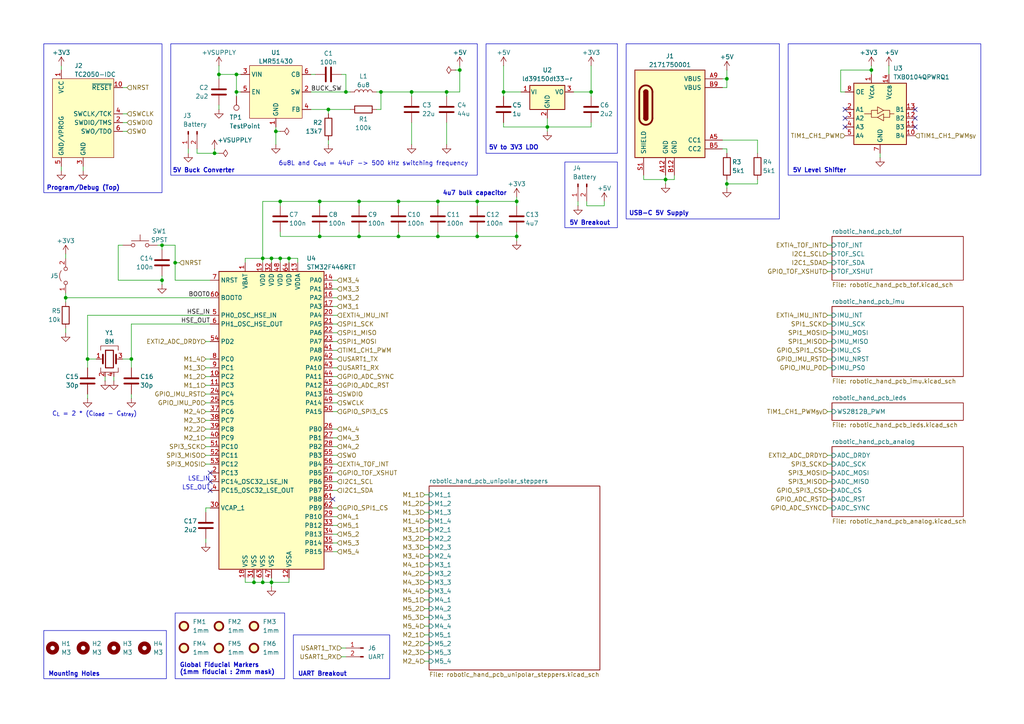
<source format=kicad_sch>
(kicad_sch (version 20231120) (generator "eeschema") (generator_version "8.0")
  (paper "A4")
  (title_block (title "Robotic Hand PCB") (rev "0.1.0") (company "Daniel Jeon"))
  (junction (at 149.86 68.58))
  (junction (at 138.43 58.42))
  (junction (at 78.74 168.91))
  (junction (at 252.73 20.32))
  (junction (at 210.82 22.86))
  (junction (at 146.05 26.67))
  (junction (at 129.54 26.67))
  (junction (at 80.01 38.1))
  (junction (at 92.71 68.58))
  (junction (at 158.75 36.83))
  (junction (at 115.57 58.42))
  (junction (at 127 68.58))
  (junction (at 115.57 68.58))
  (junction (at 193.04 52.07))
  (junction (at 46.99 71.12))
  (junction (at 62.23 44.45))
  (junction (at 149.86 58.42))
  (junction (at 73.66 168.91))
  (junction (at 25.4 104.14))
  (junction (at 95.25 31.75))
  (junction (at 133.35 20.32))
  (junction (at 210.82 53.34))
  (junction (at 100.33 26.67))
  (junction (at 119.38 26.67))
  (junction (at 78.74 74.93))
  (junction (at 68.58 21.59))
  (junction (at 68.58 26.67))
  (junction (at 127 58.42))
  (junction (at 46.99 81.28))
  (junction (at 63.5 21.59))
  (junction (at 19.05 86.36))
  (junction (at 138.43 68.58))
  (junction (at 81.28 58.42))
  (junction (at 171.45 26.67))
  (junction (at 76.2 74.93))
  (junction (at 50.8 76.2))
  (junction (at 92.71 58.42))
  (junction (at 38.1 104.14))
  (junction (at 81.28 74.93))
  (junction (at 104.14 58.42))
  (junction (at 76.2 168.91))
  (junction (at 83.82 74.93))
  (junction (at 104.14 68.58))
  (junction (at 110.49 26.67))
  (no_connect (at 60.96 142.24))
  (no_connect (at 60.96 139.7))
  (no_connect (at 245.11 36.83))
  (no_connect (at 245.11 31.75))
  (no_connect (at 245.11 34.29))
  (no_connect (at 265.43 36.83))
  (no_connect (at 265.43 31.75))
  (no_connect (at 60.96 137.16))
  (no_connect (at 265.43 34.29))
  (no_connect (at 96.52 144.78))
  (wire (pts (xy 90.17 26.67) (xy 100.33 26.67)))
  (wire (pts (xy 34.29 71.12) (xy 34.29 81.28)))
  (wire (pts (xy 33.02 110.49) (xy 33.02 109.22)))
  (wire (pts (xy 59.69 132.08) (xy 60.96 132.08)))
  (wire (pts (xy 119.38 26.67) (xy 129.54 26.67)))
  (wire (pts (xy 69.85 26.67) (xy 68.58 26.67)))
  (wire (pts (xy 35.56 33.02) (xy 36.83 33.02)))
  (wire (pts (xy 78.74 167.64) (xy 78.74 168.91)))
  (wire (pts (xy 68.58 21.59) (xy 69.85 21.59)))
  (wire (pts (xy 97.79 88.9) (xy 96.52 88.9)))
  (wire (pts (xy 63.5 21.59) (xy 68.58 21.59)))
  (wire (pts (xy 19.05 86.36) (xy 19.05 87.63)))
  (wire (pts (xy 210.82 22.86) (xy 210.82 25.4)))
  (wire (pts (xy 170.18 59.69) (xy 175.26 59.69)))
  (wire (pts (xy 110.49 26.67) (xy 119.38 26.67)))
  (wire (pts (xy 78.74 74.93) (xy 76.2 74.93)))
  (wire (pts (xy 73.66 167.64) (xy 73.66 168.91)))
  (wire (pts (xy 92.71 68.58) (xy 104.14 68.58)))
  (wire (pts (xy 146.05 19.05) (xy 146.05 26.67)))
  (wire (pts (xy 25.4 91.44) (xy 25.4 104.14)))
  (wire (pts (xy 35.56 35.56) (xy 36.83 35.56)))
  (wire (pts (xy 81.28 58.42) (xy 92.71 58.42)))
  (wire (pts (xy 97.79 124.46) (xy 96.52 124.46)))
  (wire (pts (xy 38.1 104.14) (xy 38.1 106.68)))
  (wire (pts (xy 104.14 67.31) (xy 104.14 68.58)))
  (wire (pts (xy 243.84 20.32) (xy 252.73 20.32)))
  (wire (pts (xy 97.79 93.98) (xy 96.52 93.98)))
  (wire (pts (xy 97.79 142.24) (xy 96.52 142.24)))
  (wire (pts (xy 46.99 80.01) (xy 46.99 81.28)))
  (wire (pts (xy 257.81 19.05) (xy 257.81 21.59)))
  (wire (pts (xy 59.69 147.32) (xy 59.69 148.59)))
  (wire (pts (xy 123.19 184.15) (xy 124.46 184.15)))
  (wire (pts (xy 252.73 20.32) (xy 252.73 21.59)))
  (wire (pts (xy 186.69 50.8) (xy 186.69 52.07)))
  (wire (pts (xy 138.43 68.58) (xy 149.86 68.58)))
  (wire (pts (xy 119.38 35.56) (xy 119.38 41.91)))
  (wire (pts (xy 60.96 147.32) (xy 59.69 147.32)))
  (wire (pts (xy 59.69 121.92) (xy 60.96 121.92)))
  (wire (pts (xy 252.73 19.05) (xy 252.73 20.32)))
  (wire (pts (xy 100.33 187.96) (xy 99.06 187.96)))
  (wire (pts (xy 97.79 154.94) (xy 96.52 154.94)))
  (wire (pts (xy 123.19 163.83) (xy 124.46 163.83)))
  (wire (pts (xy 30.48 110.49) (xy 30.48 109.22)))
  (wire (pts (xy 123.19 171.45) (xy 124.46 171.45)))
  (wire (pts (xy 46.99 81.28) (xy 46.99 82.55)))
  (wire (pts (xy 63.5 19.05) (xy 63.5 21.59)))
  (wire (pts (xy 24.13 48.26) (xy 24.13 49.53)))
  (wire (pts (xy 76.2 58.42) (xy 76.2 74.93)))
  (wire (pts (xy 50.8 81.28) (xy 60.96 81.28)))
  (wire (pts (xy 133.35 20.32) (xy 133.35 26.67)))
  (wire (pts (xy 97.79 91.44) (xy 96.52 91.44)))
  (wire (pts (xy 97.79 157.48) (xy 96.52 157.48)))
  (wire (pts (xy 133.35 19.05) (xy 133.35 20.32)))
  (wire (pts (xy 95.25 31.75) (xy 101.6 31.75)))
  (wire (pts (xy 35.56 38.1) (xy 36.83 38.1)))
  (wire (pts (xy 97.79 104.14) (xy 96.52 104.14)))
  (wire (pts (xy 255.27 45.72) (xy 255.27 44.45)))
  (wire (pts (xy 80.01 36.83) (xy 80.01 38.1)))
  (wire (pts (xy 240.03 76.2) (xy 241.3 76.2)))
  (wire (pts (xy 45.72 71.12) (xy 46.99 71.12)))
  (wire (pts (xy 68.58 26.67) (xy 68.58 21.59)))
  (wire (pts (xy 80.01 38.1) (xy 80.01 41.91)))
  (wire (pts (xy 146.05 26.67) (xy 146.05 27.94)))
  (wire (pts (xy 46.99 71.12) (xy 46.99 72.39)))
  (wire (pts (xy 186.69 52.07) (xy 193.04 52.07)))
  (wire (pts (xy 71.12 167.64) (xy 71.12 168.91)))
  (wire (pts (xy 59.69 109.22) (xy 60.96 109.22)))
  (wire (pts (xy 127 67.31) (xy 127 68.58)))
  (wire (pts (xy 171.45 19.05) (xy 171.45 26.67)))
  (wire (pts (xy 138.43 67.31) (xy 138.43 68.58)))
  (wire (pts (xy 97.79 127) (xy 96.52 127)))
  (wire (pts (xy 240.03 142.24) (xy 241.3 142.24)))
  (wire (pts (xy 171.45 36.83) (xy 171.45 35.56)))
  (wire (pts (xy 99.06 21.59) (xy 100.33 21.59)))
  (wire (pts (xy 245.11 26.67) (xy 243.84 26.67)))
  (wire (pts (xy 97.79 81.28) (xy 96.52 81.28)))
  (wire (pts (xy 123.19 186.69) (xy 124.46 186.69)))
  (wire (pts (xy 219.71 52.07) (xy 219.71 53.34)))
  (wire (pts (xy 158.75 36.83) (xy 171.45 36.83)))
  (wire (pts (xy 123.19 156.21) (xy 124.46 156.21)))
  (wire (pts (xy 97.79 86.36) (xy 96.52 86.36)))
  (wire (pts (xy 123.19 179.07) (xy 124.46 179.07)))
  (wire (pts (xy 115.57 58.42) (xy 127 58.42)))
  (wire (pts (xy 240.03 93.98) (xy 241.3 93.98)))
  (wire (pts (xy 167.64 58.42) (xy 167.64 59.69)))
  (wire (pts (xy 97.79 83.82) (xy 96.52 83.82)))
  (wire (pts (xy 71.12 168.91) (xy 73.66 168.91)))
  (wire (pts (xy 149.86 68.58) (xy 149.86 69.85)))
  (wire (pts (xy 63.5 31.75) (xy 63.5 30.48)))
  (wire (pts (xy 104.14 68.58) (xy 115.57 68.58)))
  (wire (pts (xy 138.43 58.42) (xy 149.86 58.42)))
  (wire (pts (xy 17.78 19.05) (xy 17.78 20.32)))
  (wire (pts (xy 38.1 115.57) (xy 38.1 114.3)))
  (wire (pts (xy 210.82 43.18) (xy 210.82 44.45)))
  (wire (pts (xy 25.4 104.14) (xy 25.4 106.68)))
  (wire (pts (xy 78.74 168.91) (xy 78.74 170.18)))
  (wire (pts (xy 76.2 74.93) (xy 76.2 76.2)))
  (wire (pts (xy 240.03 73.66) (xy 241.3 73.66)))
  (wire (pts (xy 19.05 86.36) (xy 60.96 86.36)))
  (wire (pts (xy 83.82 74.93) (xy 86.36 74.93)))
  (wire (pts (xy 97.79 129.54) (xy 96.52 129.54)))
  (wire (pts (xy 170.18 58.42) (xy 170.18 59.69)))
  (wire (pts (xy 123.19 168.91) (xy 124.46 168.91)))
  (wire (pts (xy 78.74 168.91) (xy 83.82 168.91)))
  (wire (pts (xy 97.79 109.22) (xy 96.52 109.22)))
  (wire (pts (xy 209.55 25.4) (xy 210.82 25.4)))
  (wire (pts (xy 240.03 78.74) (xy 241.3 78.74)))
  (wire (pts (xy 90.17 31.75) (xy 95.25 31.75)))
  (wire (pts (xy 46.99 71.12) (xy 50.8 71.12)))
  (wire (pts (xy 240.03 132.08) (xy 241.3 132.08)))
  (wire (pts (xy 59.69 104.14) (xy 60.96 104.14)))
  (wire (pts (xy 95.25 31.75) (xy 95.25 33.02)))
  (wire (pts (xy 59.69 127) (xy 60.96 127)))
  (wire (pts (xy 38.1 93.98) (xy 60.96 93.98)))
  (wire (pts (xy 59.69 157.48) (xy 59.69 156.21)))
  (wire (pts (xy 209.55 22.86) (xy 210.82 22.86)))
  (wire (pts (xy 78.74 74.93) (xy 81.28 74.93)))
  (wire (pts (xy 210.82 52.07) (xy 210.82 53.34)))
  (wire (pts (xy 95.25 40.64) (xy 95.25 41.91)))
  (wire (pts (xy 62.23 43.18) (xy 62.23 44.45)))
  (wire (pts (xy 193.04 52.07) (xy 193.04 53.34)))
  (wire (pts (xy 59.69 119.38) (xy 60.96 119.38)))
  (wire (pts (xy 240.03 91.44) (xy 241.3 91.44)))
  (wire (pts (xy 83.82 76.2) (xy 83.82 74.93)))
  (wire (pts (xy 71.12 76.2) (xy 71.12 74.93)))
  (wire (pts (xy 240.03 119.38) (xy 241.3 119.38)))
  (wire (pts (xy 59.69 114.3) (xy 60.96 114.3)))
  (wire (pts (xy 149.86 67.31) (xy 149.86 68.58)))
  (wire (pts (xy 123.19 191.77) (xy 124.46 191.77)))
  (wire (pts (xy 81.28 67.31) (xy 81.28 68.58)))
  (wire (pts (xy 59.69 116.84) (xy 60.96 116.84)))
  (wire (pts (xy 59.69 111.76) (xy 60.96 111.76)))
  (wire (pts (xy 210.82 43.18) (xy 209.55 43.18)))
  (wire (pts (xy 97.79 119.38) (xy 96.52 119.38)))
  (wire (pts (xy 240.03 147.32) (xy 241.3 147.32)))
  (wire (pts (xy 240.03 71.12) (xy 241.3 71.12)))
  (wire (pts (xy 59.69 106.68) (xy 60.96 106.68)))
  (wire (pts (xy 76.2 167.64) (xy 76.2 168.91)))
  (wire (pts (xy 171.45 26.67) (xy 171.45 27.94)))
  (wire (pts (xy 86.36 74.93) (xy 86.36 76.2)))
  (wire (pts (xy 25.4 115.57) (xy 25.4 114.3)))
  (wire (pts (xy 34.29 81.28) (xy 46.99 81.28)))
  (wire (pts (xy 73.66 168.91) (xy 76.2 168.91)))
  (wire (pts (xy 38.1 93.98) (xy 38.1 104.14)))
  (wire (pts (xy 175.26 58.42) (xy 175.26 59.69)))
  (wire (pts (xy 38.1 104.14) (xy 35.56 104.14)))
  (wire (pts (xy 240.03 106.68) (xy 241.3 106.68)))
  (wire (pts (xy 76.2 168.91) (xy 78.74 168.91)))
  (wire (pts (xy 210.82 53.34) (xy 219.71 53.34)))
  (wire (pts (xy 209.55 40.64) (xy 219.71 40.64)))
  (wire (pts (xy 59.69 129.54) (xy 60.96 129.54)))
  (wire (pts (xy 50.8 76.2) (xy 50.8 81.28)))
  (wire (pts (xy 240.03 144.78) (xy 241.3 144.78)))
  (wire (pts (xy 123.19 146.05) (xy 124.46 146.05)))
  (wire (pts (xy 83.82 167.64) (xy 83.82 168.91)))
  (wire (pts (xy 240.03 139.7) (xy 241.3 139.7)))
  (wire (pts (xy 100.33 26.67) (xy 101.6 26.67)))
  (wire (pts (xy 210.82 53.34) (xy 210.82 54.61)))
  (wire (pts (xy 97.79 152.4) (xy 96.52 152.4)))
  (wire (pts (xy 19.05 85.09) (xy 19.05 86.36)))
  (wire (pts (xy 127 58.42) (xy 127 59.69)))
  (wire (pts (xy 59.69 134.62) (xy 60.96 134.62)))
  (wire (pts (xy 129.54 26.67) (xy 129.54 27.94)))
  (wire (pts (xy 27.94 104.14) (xy 25.4 104.14)))
  (wire (pts (xy 123.19 173.99) (xy 124.46 173.99)))
  (wire (pts (xy 123.19 161.29) (xy 124.46 161.29)))
  (wire (pts (xy 97.79 132.08) (xy 96.52 132.08)))
  (wire (pts (xy 110.49 26.67) (xy 110.49 31.75)))
  (wire (pts (xy 158.75 38.1) (xy 158.75 36.83)))
  (wire (pts (xy 119.38 27.94) (xy 119.38 26.67)))
  (wire (pts (xy 132.08 20.32) (xy 133.35 20.32)))
  (wire (pts (xy 146.05 26.67) (xy 151.13 26.67)))
  (wire (pts (xy 97.79 101.6) (xy 96.52 101.6)))
  (wire (pts (xy 240.03 96.52) (xy 241.3 96.52)))
  (wire (pts (xy 240.03 99.06) (xy 241.3 99.06)))
  (wire (pts (xy 81.28 59.69) (xy 81.28 58.42)))
  (wire (pts (xy 149.86 57.15) (xy 149.86 58.42)))
  (wire (pts (xy 68.58 27.94) (xy 68.58 26.67)))
  (wire (pts (xy 115.57 68.58) (xy 127 68.58)))
  (wire (pts (xy 97.79 106.68) (xy 96.52 106.68)))
  (wire (pts (xy 62.23 44.45) (xy 63.5 44.45)))
  (wire (pts (xy 123.19 148.59) (xy 124.46 148.59)))
  (wire (pts (xy 100.33 21.59) (xy 100.33 26.67)))
  (wire (pts (xy 97.79 134.62) (xy 96.52 134.62)))
  (wire (pts (xy 97.79 114.3) (xy 96.52 114.3)))
  (wire (pts (xy 71.12 74.93) (xy 76.2 74.93)))
  (wire (pts (xy 80.01 38.1) (xy 81.28 38.1)))
  (wire (pts (xy 240.03 104.14) (xy 241.3 104.14)))
  (wire (pts (xy 81.28 68.58) (xy 92.71 68.58)))
  (wire (pts (xy 195.58 50.8) (xy 195.58 52.07)))
  (wire (pts (xy 123.19 176.53) (xy 124.46 176.53)))
  (wire (pts (xy 63.5 22.86) (xy 63.5 21.59)))
  (wire (pts (xy 50.8 71.12) (xy 50.8 76.2)))
  (wire (pts (xy 123.19 189.23) (xy 124.46 189.23)))
  (wire (pts (xy 123.19 181.61) (xy 124.46 181.61)))
  (wire (pts (xy 240.03 101.6) (xy 241.3 101.6)))
  (wire (pts (xy 97.79 160.02) (xy 96.52 160.02)))
  (wire (pts (xy 240.03 137.16) (xy 241.3 137.16)))
  (wire (pts (xy 146.05 36.83) (xy 158.75 36.83)))
  (wire (pts (xy 83.82 74.93) (xy 81.28 74.93)))
  (wire (pts (xy 78.74 76.2) (xy 78.74 74.93)))
  (wire (pts (xy 57.15 43.18) (xy 57.15 44.45)))
  (wire (pts (xy 92.71 58.42) (xy 104.14 58.42)))
  (wire (pts (xy 59.69 124.46) (xy 60.96 124.46)))
  (wire (pts (xy 97.79 96.52) (xy 96.52 96.52)))
  (wire (pts (xy 243.84 26.67) (xy 243.84 20.32)))
  (wire (pts (xy 92.71 67.31) (xy 92.71 68.58)))
  (wire (pts (xy 76.2 58.42) (xy 81.28 58.42)))
  (wire (pts (xy 123.19 151.13) (xy 124.46 151.13)))
  (wire (pts (xy 138.43 58.42) (xy 138.43 59.69)))
  (wire (pts (xy 123.19 153.67) (xy 124.46 153.67)))
  (wire (pts (xy 210.82 20.32) (xy 210.82 22.86)))
  (wire (pts (xy 109.22 31.75) (xy 110.49 31.75)))
  (wire (pts (xy 115.57 58.42) (xy 115.57 59.69)))
  (wire (pts (xy 57.15 44.45) (xy 62.23 44.45)))
  (wire (pts (xy 127 58.42) (xy 138.43 58.42)))
  (wire (pts (xy 54.61 43.18) (xy 54.61 44.45)))
  (wire (pts (xy 59.69 99.06) (xy 60.96 99.06)))
  (wire (pts (xy 171.45 26.67) (xy 166.37 26.67)))
  (wire (pts (xy 97.79 111.76) (xy 96.52 111.76)))
  (wire (pts (xy 149.86 58.42) (xy 149.86 59.69)))
  (wire (pts (xy 240.03 134.62) (xy 241.3 134.62)))
  (wire (pts (xy 97.79 116.84) (xy 96.52 116.84)))
  (wire (pts (xy 127 68.58) (xy 138.43 68.58)))
  (wire (pts (xy 129.54 26.67) (xy 133.35 26.67)))
  (wire (pts (xy 19.05 96.52) (xy 19.05 95.25)))
  (wire (pts (xy 158.75 34.29) (xy 158.75 36.83)))
  (wire (pts (xy 123.19 143.51) (xy 124.46 143.51)))
  (wire (pts (xy 146.05 36.83) (xy 146.05 35.56)))
  (wire (pts (xy 97.79 137.16) (xy 96.52 137.16)))
  (wire (pts (xy 34.29 71.12) (xy 35.56 71.12)))
  (wire (pts (xy 100.33 190.5) (xy 99.06 190.5)))
  (wire (pts (xy 104.14 58.42) (xy 115.57 58.42)))
  (wire (pts (xy 97.79 99.06) (xy 96.52 99.06)))
  (wire (pts (xy 123.19 158.75) (xy 124.46 158.75)))
  (wire (pts (xy 123.19 166.37) (xy 124.46 166.37)))
  (wire (pts (xy 25.4 91.44) (xy 60.96 91.44)))
  (wire (pts (xy 17.78 48.26) (xy 17.78 49.53)))
  (wire (pts (xy 219.71 40.64) (xy 219.71 44.45)))
  (wire (pts (xy 129.54 35.56) (xy 129.54 41.91)))
  (wire (pts (xy 193.04 50.8) (xy 193.04 52.07)))
  (wire (pts (xy 97.79 147.32) (xy 96.52 147.32)))
  (wire (pts (xy 193.04 52.07) (xy 195.58 52.07)))
  (wire (pts (xy 97.79 139.7) (xy 96.52 139.7)))
  (wire (pts (xy 97.79 149.86) (xy 96.52 149.86)))
  (wire (pts (xy 35.56 25.4) (xy 36.83 25.4)))
  (wire (pts (xy 52.07 76.2) (xy 50.8 76.2)))
  (wire (pts (xy 109.22 26.67) (xy 110.49 26.67)))
  (wire (pts (xy 81.28 76.2) (xy 81.28 74.93)))
  (wire (pts (xy 90.17 21.59) (xy 91.44 21.59)))
  (wire (pts (xy 104.14 58.42) (xy 104.14 59.69)))
  (wire (pts (xy 19.05 74.93) (xy 19.05 73.66)))
  (wire (pts (xy 92.71 59.69) (xy 92.71 58.42)))
  (wire (pts (xy 115.57 67.31) (xy 115.57 68.58)))
  (rectangle (start 228.6 12.7) (end 284.48 50.8))
  (rectangle (start 12.7 12.7) (end 46.99 55.88))
  (rectangle (start 50.8 177.8) (end 82.55 196.85))
  (rectangle (start 181.61 12.7) (end 226.06 63.5))
  (rectangle (start 85.09 184.15) (end 113.03 196.85))
  (rectangle (start 49.53 12.7) (end 138.43 50.8))
  (rectangle (start 163.83 46.99) (end 179.07 66.04))
  (rectangle (start 12.7 182.88) (end 48.26 196.85))
  (rectangle (start 140.97 12.7) (end 179.07 44.45))
  (text "LSE_OUT" (at 60.96 142.24 0) (effects (font (size 1.27 1.27)) (justify right bottom)))
  (text "5V Buck Converter" (at 50.038 49.53 0) (effects (font (size 1.27 1.27) (thickness 0.254) (bold yes)) (justify left)))
  (text "5V Breakout" (at 165.1 64.008 0) (effects (font (size 1.27 1.27) (bold yes)) (justify left top)))
  (text "4u7 bulk capacitor" (at 147.066 56.134 0) (effects (font (size 1.27 1.27) (thickness 0.254) (bold yes)) (justify right)))
  (text "Program/Debug (Top)" (at 13.462 53.848 0) (effects (font (size 1.27 1.27) (bold yes)) (justify left top)))
  (text "UART Breakout" (at 86.36 194.818 0) (effects (font (size 1.27 1.27) (bold yes)) (justify left top)))
  (text "Global Fiducial Markers\n(1mm fiducial : 2mm mask)" (at 52.07 192.278 0) (effects (font (size 1.27 1.27) (bold yes)) (justify left top)))
  (text "C_{L} = 2 * (C_{load} - C_{stray})" (at 27.432 119.38 0) (effects (font (size 1.27 1.27) (thickness 0.1588)) (justify top)))
  (text "USB-C 5V Supply" (at 182.372 61.214 0) (effects (font (size 1.27 1.27) (bold yes)) (justify left top)))
  (text "LSE_IN" (at 60.96 139.7 0) (effects (font (size 1.27 1.27)) (justify right bottom)))
  (text "Mounting Holes" (at 13.97 194.818 0) (effects (font (size 1.27 1.27) (bold yes)) (justify left top)))
  (text "5V Level Shifter" (at 229.87 48.768 0) (effects (font (size 1.27 1.27) (bold yes)) (justify left top)))
  (text "6u8L and C_{out} = 44uF -> 500 kHz switching frequency" (at 80.772 47.498 0) (effects (font (size 1.27 1.27) (thickness 0.1588)) (justify left)))
  (text "5V to 3V3 LDO" (at 141.732 42.164 0) (effects (font (size 1.27 1.27) (bold yes)) (justify left top)))
  (label "BUCK_SW" (at 90.17 26.67 0))
  (label "HSE_IN" (at 60.96 91.44 180))
  (label "HSE_OUT" (at 60.96 93.98 180))
  (label "BOOT0" (at 60.96 86.36 180))
  (hierarchical_label "M2_2" (shape input) (at 123.19 186.69 180))
  (hierarchical_label "M3_1" (shape input) (at 97.79 88.9 0))
  (hierarchical_label "SPI3_SCK" (shape input) (at 59.69 129.54 180))
  (hierarchical_label "GPIO_IMU_P0" (shape input) (at 59.69 116.84 180))
  (hierarchical_label "SPI3_SCK" (shape input) (at 240.03 134.62 180))
  (hierarchical_label "M2_3" (shape input) (at 59.69 121.92 180))
  (hierarchical_label "EXTI4_TOF_INT" (shape input) (at 240.03 71.12 180))
  (hierarchical_label "SPI1_MISO" (shape input) (at 97.79 96.52 0))
  (hierarchical_label "GPIO_IMU_RST" (shape input) (at 240.03 104.14 180))
  (hierarchical_label "M1_3" (shape input) (at 123.19 148.59 180))
  (hierarchical_label "M1_4" (shape input) (at 123.19 151.13 180))
  (hierarchical_label "M2_1" (shape input) (at 59.69 127 180))
  (hierarchical_label "SWDIO" (shape input) (at 97.79 114.3 0))
  (hierarchical_label "GPIO_TOF_XSHUT" (shape input) (at 97.79 137.16 0))
  (hierarchical_label "USART1_TX" (shape input) (at 97.79 104.14 0))
  (hierarchical_label "I2C1_SDA" (shape input) (at 240.03 76.2 180))
  (hierarchical_label "M2_4" (shape input) (at 123.19 191.77 180))
  (hierarchical_label "EXTI4_TOF_INT" (shape input) (at 97.79 134.62 0))
  (hierarchical_label "M4_3" (shape input) (at 97.79 127 0))
  (hierarchical_label "M4_4" (shape input) (at 97.79 124.46 0))
  (hierarchical_label "M5_3" (shape input) (at 123.19 179.07 180))
  (hierarchical_label "SWO" (shape input) (at 36.83 38.1 0))
  (hierarchical_label "NRST" (shape input) (at 52.07 76.2 0))
  (hierarchical_label "SPI1_SCK" (shape input) (at 97.79 93.98 0))
  (hierarchical_label "M3_4" (shape input) (at 123.19 161.29 180))
  (hierarchical_label "M2_1" (shape input) (at 123.19 184.15 180))
  (hierarchical_label "I2C1_SCL" (shape input) (at 240.03 73.66 180))
  (hierarchical_label "EXTI2_ADC_DRDY" (shape input) (at 59.69 99.06 180))
  (hierarchical_label "GPIO_SPI3_CS" (shape input) (at 240.03 142.24 180))
  (hierarchical_label "M5_4" (shape input) (at 123.19 181.61 180))
  (hierarchical_label "SPI1_SCK" (shape input) (at 240.03 93.98 180))
  (hierarchical_label "M5_3" (shape input) (at 97.79 157.48 0))
  (hierarchical_label "I2C1_SDA" (shape input) (at 97.79 142.24 0))
  (hierarchical_label "M3_3" (shape input) (at 97.79 83.82 0))
  (hierarchical_label "TIM1_CH1_PWM_{5V}" (shape input) (at 240.03 119.38 180))
  (hierarchical_label "M1_2" (shape input) (at 123.19 146.05 180))
  (hierarchical_label "SPI3_MOSI" (shape input) (at 59.69 134.62 180))
  (hierarchical_label "M5_2" (shape input) (at 97.79 154.94 0))
  (hierarchical_label "TIM1_CH1_PWM_{5V}" (shape input) (at 265.43 39.37 0))
  (hierarchical_label "M3_4" (shape input) (at 97.79 81.28 0))
  (hierarchical_label "TIM1_CH1_PWM" (shape input) (at 245.11 39.37 180))
  (hierarchical_label "GPIO_ADC_RST" (shape input) (at 240.03 144.78 180))
  (hierarchical_label "SPI3_MISO" (shape input) (at 240.03 139.7 180))
  (hierarchical_label "M1_2" (shape input) (at 59.69 109.22 180))
  (hierarchical_label "M4_2" (shape input) (at 123.19 166.37 180))
  (hierarchical_label "M1_4" (shape input) (at 59.69 104.14 180))
  (hierarchical_label "EXTI4_IMU_INT" (shape input) (at 240.03 91.44 180))
  (hierarchical_label "EXTI2_ADC_DRDY" (shape input) (at 240.03 132.08 180))
  (hierarchical_label "M3_1" (shape input) (at 123.19 153.67 180))
  (hierarchical_label "USART1_RX" (shape input) (at 99.06 190.5 180))
  (hierarchical_label "M4_3" (shape input) (at 123.19 168.91 180))
  (hierarchical_label "SWDIO" (shape input) (at 36.83 35.56 0))
  (hierarchical_label "SWO" (shape input) (at 97.79 132.08 0))
  (hierarchical_label "M4_1" (shape input) (at 97.79 149.86 0))
  (hierarchical_label "M2_2" (shape input) (at 59.69 124.46 180))
  (hierarchical_label "M3_2" (shape input) (at 123.19 156.21 180))
  (hierarchical_label "M5_2" (shape input) (at 123.19 176.53 180))
  (hierarchical_label "SWCLK" (shape input) (at 36.83 33.02 0))
  (hierarchical_label "M5_1" (shape input) (at 123.19 173.99 180))
  (hierarchical_label "M5_1" (shape input) (at 97.79 152.4 0))
  (hierarchical_label "M3_3" (shape input) (at 123.19 158.75 180))
  (hierarchical_label "M2_4" (shape input) (at 59.69 119.38 180))
  (hierarchical_label "M1_1" (shape input) (at 123.19 143.51 180))
  (hierarchical_label "USART1_RX" (shape input) (at 97.79 106.68 0))
  (hierarchical_label "I2C1_SCL" (shape input) (at 97.79 139.7 0))
  (hierarchical_label "M5_4" (shape input) (at 97.79 160.02 0))
  (hierarchical_label "M3_2" (shape input) (at 97.79 86.36 0))
  (hierarchical_label "M4_1" (shape input) (at 123.19 163.83 180))
  (hierarchical_label "NRST" (shape input) (at 36.83 25.4 0))
  (hierarchical_label "GPIO_ADC_SYNC" (shape input) (at 97.79 109.22 0))
  (hierarchical_label "GPIO_ADC_RST" (shape input) (at 97.79 111.76 0))
  (hierarchical_label "EXTI4_IMU_INT" (shape input) (at 97.79 91.44 0))
  (hierarchical_label "M1_3" (shape input) (at 59.69 106.68 180))
  (hierarchical_label "TIM1_CH1_PWM" (shape input) (at 97.79 101.6 0))
  (hierarchical_label "GPIO_IMU_P0" (shape input) (at 240.03 106.68 180))
  (hierarchical_label "SWCLK" (shape input) (at 97.79 116.84 0))
  (hierarchical_label "SPI1_MOSI" (shape input) (at 240.03 96.52 180))
  (hierarchical_label "M4_2" (shape input) (at 97.79 129.54 0))
  (hierarchical_label "GPIO_SPI1_CS" (shape input) (at 97.79 147.32 0))
  (hierarchical_label "GPIO_TOF_XSHUT" (shape input) (at 240.03 78.74 180))
  (hierarchical_label "SPI1_MOSI" (shape input) (at 97.79 99.06 0))
  (hierarchical_label "SPI3_MISO" (shape input) (at 59.69 132.08 180))
  (hierarchical_label "GPIO_SPI3_CS" (shape input) (at 97.79 119.38 0))
  (hierarchical_label "GPIO_ADC_SYNC" (shape input) (at 240.03 147.32 180))
  (hierarchical_label "M2_3" (shape input) (at 123.19 189.23 180))
  (hierarchical_label "M1_1" (shape input) (at 59.69 111.76 180))
  (hierarchical_label "SPI1_MISO" (shape input) (at 240.03 99.06 180))
  (hierarchical_label "USART1_TX" (shape input) (at 99.06 187.96 180))
  (hierarchical_label "SPI3_MOSI" (shape input) (at 240.03 137.16 180))
  (hierarchical_label "GPIO_IMU_RST" (shape input) (at 59.69 114.3 180))
  (hierarchical_label "M4_4" (shape input) (at 123.19 171.45 180))
  (hierarchical_label "GPIO_SPI1_CS" (shape input) (at 240.03 101.6 180))
  (symbol (lib_id "Device:C") (at 149.86 63.5 0) (unit 1)
    (property "Reference" "C13" (at 152.4 62.23 0) (effects (justify left)))
    (property "Value" "4u7" (at 152.4 64.77 0) (effects (justify left)))
    (property "Footprint" "Capacitor_SMD:C_0603_1608Metric" (effects (hide yes)))
    (property "Description" "Unpolarized capacitor" (effects (hide yes)))
  )
  (symbol (lib_id "power:GND") (at 255.27 45.72 0) (unit 1)
    (property "Reference" "#PWR017" (effects (hide yes)))
    (property "Value" "GND" (effects (hide yes)))
    (property "Description" "Power symbol creates a global label with name \"GND\" , ground" (effects (hide yes)))
  )
  (symbol (lib_id "Mechanical:Fiducial") (at 53.34 181.61 0) (unit 1) (exclude_from_sim yes) (in_bom no)
    (property "Reference" "FM1" (at 55.88 180.3399 0) (effects (justify left)))
    (property "Value" "1mm" (at 55.88 182.8799 0) (effects (justify left)))
    (property "Footprint" "Fiducial:Fiducial_1mm_Mask2mm" (effects (hide yes)))
    (property "Description" "Fiducial Marker" (effects (hide yes)))
  )
  (symbol (lib_id "stm32f4:stm32f446ret") (at 78.74 121.92 0) (unit 1)
    (property "Reference" "U4" (at 88.9 74.93 0) (effects (justify left)))
    (property "Value" "STM32F446RET" (at 88.9 77.47 0) (effects (justify left)))
    (property "Footprint" "Package_QFP:LQFP-64_10x10mm_P0.5mm" (effects (hide yes)))
    (property "Datasheet" "https://www.st.com/resource/en/datasheet/stm32f446re.pdf" (effects (hide yes)))
    (property "Description" "STMicroelectronics Arm Cortex-M4 MCU, 512KB flash, 128KB RAM, 180 MHz, 1.8-3.6V, 50 GPIO, LQFP64" (effects (hide yes)))
    (property "Manufacturer" "STMicroelectronics" (effects (hide yes)))
    (property "Manufacturer Part Number" "STM32F446RE" (effects (hide yes)))
    (property "Distributor" "DigiKey" (effects (hide yes)))
    (property "Distributor Part Number" "497-15376-ND" (effects (hide yes)))
    (property "Distributor Link" "https://www.digikey.ca/en/products/detail/stmicroelectronics/STM32F446RET6/5175962" (effects (hide yes)))
  )
  (symbol (lib_id "power:GND") (at 167.64 59.69 0) (unit 1)
    (property "Reference" "#PWR024" (effects (hide yes)))
    (property "Value" "GND" (effects (hide yes)))
    (property "Description" "Power symbol creates a global label with name \"GND\" , ground" (effects (hide yes)))
  )
  (symbol (lib_id "Mechanical:Fiducial") (at 63.5 181.61 0) (unit 1) (exclude_from_sim yes) (in_bom no)
    (property "Reference" "FM2" (at 66.04 180.3399 0) (effects (justify left)))
    (property "Value" "1mm" (at 66.04 182.8799 0) (effects (justify left)))
    (property "Footprint" "Fiducial:Fiducial_1mm_Mask2mm" (effects (hide yes)))
    (property "Description" "Fiducial Marker" (effects (hide yes)))
  )
  (symbol (lib_id "Connector:Conn_01x02_Pin") (at 167.64 53.34 90) (mirror x) (unit 1)
    (property "Reference" "J4" (at 166.116 48.768 90) (effects (justify right)))
    (property "Value" "Battery" (at 166.116 51.308 90) (effects (justify right)))
    (property "Footprint" "Connector_PinHeader_2.54mm:PinHeader_1x02_P2.54mm_Vertical" (effects (hide yes)))
    (property "Description" "Generic connector, single row, 01x02, script generated" (effects (hide yes)))
  )
  (symbol (lib_id "Device:L") (at 105.41 26.67 90) (unit 1)
    (property "Reference" "L1" (at 105.41 22.098 90))
    (property "Value" "6u8" (at 105.41 24.638 90))
    (property "Footprint" "robotic_hand_pcb_inductor:vishay_ihlp-2525cz" (effects (hide yes)))
    (property "Description" "Inductor" (effects (hide yes)))
  )
  (symbol (lib_id "common:ecs-80-18-23b-jtn-tr_8mhz") (at 31.75 104.14 0) (unit 1)
    (property "Reference" "Y1" (at 31.75 96.52 0))
    (property "Value" "8M" (at 31.75 99.06 0))
    (property "Footprint" "common:ecs_ecx-64" (effects (hide yes)))
    (property "Datasheet" "https://ecsxtal.com/store/pdf/ecx_64r.pdf" (effects (hide yes)))
    (property "Description" "8 MHz ±20ppm Crystal 18pF 60 Ohms 4-SMD, No Lead" (effects (hide yes)))
    (property "Manufacturer" "ECS Inc." (effects (hide yes)))
    (property "Manufacturer Part Number" "ECS-80-18-23B-JTN-TR" (effects (hide yes)))
    (property "Distributor" "DigiKey" (effects (hide yes)))
    (property "Distributor Part Number" "XC3083CT-ND" (effects (hide yes)))
    (property "Distributor Link" "https://www.digikey.ca/en/products/detail/ecs-inc/ECS-80-18-23B-JTN-TR/9953216?s=N4IgTCBcDaIKIGEDKBaAHABhQRjSsAzAEIoBSAKgHIrkBKIAugL5A" (effects (hide yes)))
  )
  (symbol (lib_id "Device:R") (at 95.25 36.83 0) (mirror y) (unit 1)
    (property "Reference" "R2" (at 93.472 35.56 0) (effects (justify left)))
    (property "Value" "13k7" (at 93.472 38.1 0) (effects (justify left)))
    (property "Footprint" "Resistor_SMD:R_0603_1608Metric" (effects (hide yes)))
    (property "Description" "Resistor" (effects (hide yes)))
  )
  (symbol (lib_id "Device:C") (at 119.38 31.75 180) (unit 1)
    (property "Reference" "C3" (at 122.428 30.48 0) (effects (justify right)))
    (property "Value" "22u" (at 122.428 33.02 0) (effects (justify right)))
    (property "Footprint" "Capacitor_SMD:C_1210_3225Metric" (effects (hide yes)))
    (property "Description" "Unpolarized capacitor" (effects (hide yes)))
  )
  (symbol (lib_id "Device:C") (at 92.71 63.5 0) (unit 1)
    (property "Reference" "C8" (at 95.25 62.23 0) (effects (justify left)))
    (property "Value" "100n" (at 95.25 64.77 0) (effects (justify left)))
    (property "Footprint" "Capacitor_SMD:C_0603_1608Metric" (effects (hide yes)))
    (property "Description" "Unpolarized capacitor" (effects (hide yes)))
  )
  (symbol (lib_id "power:+5V") (at 257.81 19.05 0) (unit 1)
    (property "Reference" "#PWR07" (effects (hide yes)))
    (property "Value" "+5V" (at 258.572 15.24 0))
    (property "Description" "Power symbol creates a global label with name \"+5V\"" (effects (hide yes)))
  )
  (symbol (lib_id "Connector:Conn_01x02_Pin") (at 105.41 187.96 0) (mirror y) (unit 1)
    (property "Reference" "J6" (at 106.68 187.9599 0) (effects (justify right)))
    (property "Value" "UART" (at 106.68 190.4999 0) (effects (justify right)))
    (property "Footprint" "Connector_PinHeader_2.54mm:PinHeader_1x02_P2.54mm_Vertical" (effects (hide yes)))
    (property "Description" "Generic connector, single row, 01x02, script generated" (effects (hide yes)))
  )
  (symbol (lib_id "Device:C") (at 129.54 31.75 180) (unit 1)
    (property "Reference" "C4" (at 132.588 30.48 0) (effects (justify right)))
    (property "Value" "44u" (at 132.588 33.02 0) (effects (justify right)))
    (property "Footprint" "Capacitor_SMD:C_1210_3225Metric" (effects (hide yes)))
    (property "Description" "Unpolarized capacitor" (effects (hide yes)))
  )
  (symbol (lib_id "Device:C") (at 146.05 31.75 0) (unit 1)
    (property "Reference" "C5" (at 148.59 30.48 0) (effects (justify left)))
    (property "Value" "1u" (at 148.59 33.02 0) (effects (justify left)))
    (property "Footprint" "Capacitor_SMD:C_0603_1608Metric" (effects (hide yes)))
    (property "Description" "Unpolarized capacitor" (effects (hide yes)))
  )
  (symbol (lib_id "Device:C") (at 46.99 76.2 0) (mirror x) (unit 1)
    (property "Reference" "C14" (at 44.45 74.93 0) (effects (justify right)))
    (property "Value" "100n" (at 44.45 77.47 0) (effects (justify right)))
    (property "Footprint" "Capacitor_SMD:C_0603_1608Metric" (effects (hide yes)))
    (property "Description" "Unpolarized capacitor" (effects (hide yes)))
  )
  (symbol (lib_id "power:+3V3") (at 19.05 73.66 0) (unit 1)
    (property "Reference" "#PWR026" (effects (hide yes)))
    (property "Value" "+3V3" (at 19.05 69.85 0))
    (property "Description" "Power symbol creates a global label with name \"+3V3\"" (effects (hide yes)))
  )
  (symbol (lib_id "Device:R") (at 19.05 91.44 0) (unit 1)
    (property "Reference" "R5" (at 14.986 90.17 0) (effects (justify left)))
    (property "Value" "10k" (at 13.97 92.71 0) (effects (justify left)))
    (property "Footprint" "Resistor_SMD:R_0603_1608Metric" (effects (hide yes)))
    (property "Description" "Resistor" (effects (hide yes)))
  )
  (symbol (lib_id "power:+5V") (at 62.23 43.18 0) (mirror y) (unit 1)
    (property "Reference" "#PWR015" (effects (hide yes)))
    (property "Value" "+VSUPPLY" (at 68.072 40.64 0))
    (property "Description" "Power symbol creates a global label with name \"+5V\"" (effects (hide yes)))
  )
  (symbol (lib_id "Device:C") (at 138.43 63.5 0) (unit 1)
    (property "Reference" "C12" (at 140.97 62.23 0) (effects (justify left)))
    (property "Value" "100n" (at 140.97 64.77 0) (effects (justify left)))
    (property "Footprint" "Capacitor_SMD:C_0603_1608Metric" (effects (hide yes)))
    (property "Description" "Unpolarized capacitor" (effects (hide yes)))
  )
  (symbol (lib_id "common:molex_2171750001_usb_c_6p") (at 194.31 33.02 0) (unit 1)
    (property "Reference" "J1" (at 194.31 16.256 0))
    (property "Value" "2171750001" (at 194.31 18.796 0))
    (property "Footprint" "common:molex_2171750001_usb_c_6p" (effects (hide yes)))
    (property "Datasheet" "https://www.molex.com/en-us/products/part-detail/2171750001" (effects (hide yes)))
    (property "Description" "Universal Serial Bus (USB) Shielded I/O Receptacle, Type C, Right-Angle, Surface Mount, Top Mount, 6 Circuits, Gold (Au) Plating, USB Power-Only 6P Type-C Receptacle connector" (effects (hide yes)))
    (property "Manufacturer" "Molex" (effects (hide yes)))
    (property "Manufacturer Part Number" "2171750001" (effects (hide yes)))
    (property "Distributor" "DigiKey" (effects (hide yes)))
    (property "Distributor Part Number" "900-2171750001CT-ND" (effects (hide yes)))
    (property "Distributor Link" "https://www.digikey.ca/en/products/detail/molex/2171750001/13913745" (effects (hide yes)))
  )
  (symbol (lib_id "Device:C") (at 38.1 110.49 0) (unit 1)
    (property "Reference" "C16" (at 40.64 109.22 0) (effects (justify left)))
    (property "Value" "30p" (at 40.64 111.76 0) (effects (justify left)))
    (property "Footprint" "Capacitor_SMD:C_0402_1005Metric" (effects (hide yes)))
    (property "Description" "Unpolarized capacitor" (effects (hide yes)))
  )
  (symbol (lib_id "Device:C") (at 95.25 21.59 90) (unit 1)
    (property "Reference" "C1" (at 95.25 15.494 90))
    (property "Value" "100n" (at 95.25 18.034 90))
    (property "Footprint" "Capacitor_SMD:C_0805_2012Metric" (effects (hide yes)))
    (property "Description" "Unpolarized capacitor" (effects (hide yes)))
  )
  (symbol (lib_id "Mechanical:MountingHole") (at 24.13 187.96 0) (unit 1) (exclude_from_sim yes) (in_bom no)
    (property "Reference" "H2" (at 26.67 186.6899 0) (effects (justify left)))
    (property "Value" "M3" (at 26.67 189.2299 0) (effects (justify left)))
    (property "Footprint" "MountingHole:MountingHole_3.2mm_M3" (effects (hide yes)))
    (property "Description" "Mounting Hole without connection" (effects (hide yes)))
  )
  (symbol (lib_id "power:GND") (at 38.1 115.57 0) (unit 1)
    (property "Reference" "#PWR032" (effects (hide yes)))
    (property "Value" "GND" (effects (hide yes)))
    (property "Description" "Power symbol creates a global label with name \"GND\" , ground" (effects (hide yes)))
  )
  (symbol (lib_id "power:GND") (at 80.01 41.91 0) (unit 1)
    (property "Reference" "#PWR011" (effects (hide yes)))
    (property "Value" "GND" (effects (hide yes)))
    (property "Description" "Power symbol creates a global label with name \"GND\" , ground" (effects (hide yes)))
  )
  (symbol (lib_id "Device:R") (at 105.41 31.75 90) (unit 1)
    (property "Reference" "R1" (at 105.41 34.544 90))
    (property "Value" "100k" (at 105.41 37.084 90))
    (property "Footprint" "Resistor_SMD:R_0603_1608Metric" (effects (hide yes)))
    (property "Description" "Resistor" (effects (hide yes)))
  )
  (symbol (lib_id "power:GND") (at 158.75 38.1 0) (unit 1)
    (property "Reference" "#PWR010" (effects (hide yes)))
    (property "Value" "GND" (effects (hide yes)))
    (property "Description" "Power symbol creates a global label with name \"GND\" , ground" (effects (hide yes)))
  )
  (symbol (lib_id "Device:R") (at 210.82 48.26 0) (unit 1)
    (property "Reference" "R3" (at 212.344 46.99 0) (effects (justify left)))
    (property "Value" "5k1" (at 212.344 49.53 0) (effects (justify left)))
    (property "Footprint" "Resistor_SMD:R_0603_1608Metric" (effects (hide yes)))
    (property "Description" "Resistor" (effects (hide yes)))
  )
  (symbol (lib_id "power:GND") (at 25.4 115.57 0) (unit 1)
    (property "Reference" "#PWR031" (effects (hide yes)))
    (property "Value" "GND" (effects (hide yes)))
    (property "Description" "Power symbol creates a global label with name \"GND\" , ground" (effects (hide yes)))
  )
  (symbol (lib_id "Mechanical:Fiducial") (at 73.66 181.61 0) (unit 1) (exclude_from_sim yes) (in_bom no)
    (property "Reference" "FM3" (at 76.2 180.3399 0) (effects (justify left)))
    (property "Value" "1mm" (at 76.2 182.8799 0) (effects (justify left)))
    (property "Footprint" "Fiducial:Fiducial_1mm_Mask2mm" (effects (hide yes)))
    (property "Description" "Fiducial Marker" (effects (hide yes)))
  )
  (symbol (lib_id "power:GND") (at 24.13 49.53 0) (unit 1)
    (property "Reference" "#PWR019" (effects (hide yes)))
    (property "Value" "GND" (effects (hide yes)))
    (property "Description" "Power symbol creates a global label with name \"GND\" , ground" (effects (hide yes)))
  )
  (symbol (lib_id "tag_connect:tag_connect_arm_swd_tc2050") (at 24.13 34.29 0) (unit 1) (in_bom no)
    (property "Reference" "J2" (at 21.59 19.05 0) (effects (justify left)))
    (property "Value" "TC2050-IDC" (at 21.59 21.59 0) (effects (justify left)))
    (property "Footprint" "tag_connect:tag_connect_tc2050-idc" (effects (hide yes)))
    (property "Datasheet" "https://www.tag-connect.com/wp-content/uploads/bsk-pdf-manager/TC2050-IDC_Datasheet_7.pdf" (effects (hide yes)))
    (property "Description" "Tag-Connect ARM Cortex SWD JTAG connector, 10 pin" (effects (hide yes)))
    (property "Manufacturer" "Tag-Connect" (effects (hide yes)))
    (property "Manufacturer Part Number" "TC2050-IDC" (effects (hide yes)))
  )
  (symbol (lib_id "power:+5V") (at 133.35 19.05 0) (unit 1)
    (property "Reference" "#PWR03" (effects (hide yes)))
    (property "Value" "+5V" (at 133.35 15.24 0))
    (property "Description" "Power symbol creates a global label with name \"+5V\"" (effects (hide yes)))
  )
  (symbol (lib_id "power:PWR_FLAG") (at 63.5 44.45 270) (unit 1)
    (property "Reference" "#FLG03" (effects (hide yes)))
    (property "Value" "PWR_FLAG" (effects (hide yes)))
    (property "Description" "Special symbol for telling ERC where power comes from" (effects (hide yes)))
  )
  (symbol (lib_id "ti_buck:lmr51430") (at 80.01 26.67 0) (unit 1)
    (property "Reference" "U1" (at 80.01 15.24 0))
    (property "Value" "LMR51430" (at 80.01 17.78 0))
    (property "Footprint" "ti_buck:lmr51430" (effects (hide yes)))
    (property "Datasheet" "https://www.ti.com/lit/gpn/lmr51430" (effects (hide yes)))
    (property "Description" "SIMPLE SWITCHER Power Converter 4.5-V to 36-V, 3-A, Synchronous Buck Converter in a SOT-23 Package" (effects (hide yes)))
    (property "Manufacturer" "Texas Instruments" (effects (hide yes)))
    (property "Manufacturer Part Number" "LMR51430" (effects (hide yes)))
    (property "Distributor" "DigiKey" (effects (hide yes)))
    (property "Distributor Part Number" "LMR51430YDDCR" (effects (hide yes)))
    (property "Distributor Link" "https://www.digikey.ca/en/products/detail/texas-instruments/LMR51430YDDCR/17878361" (effects (hide yes)))
  )
  (symbol (lib_id "Device:C") (at 25.4 110.49 0) (unit 1)
    (property "Reference" "C15" (at 22.86 109.22 0) (effects (justify right)))
    (property "Value" "30p" (at 22.86 111.76 0) (effects (justify right)))
    (property "Footprint" "Capacitor_SMD:C_0402_1005Metric" (effects (hide yes)))
    (property "Description" "Unpolarized capacitor" (effects (hide yes)))
  )
  (symbol (lib_id "Device:C") (at 171.45 31.75 0) (unit 1)
    (property "Reference" "C6" (at 173.99 30.48 0) (effects (justify left)))
    (property "Value" "2u2" (at 173.99 33.02 0) (effects (justify left)))
    (property "Footprint" "Capacitor_SMD:C_0603_1608Metric" (effects (hide yes)))
    (property "Description" "Unpolarized capacitor" (effects (hide yes)))
  )
  (symbol (lib_id "power:GND") (at 129.54 41.91 0) (unit 1)
    (property "Reference" "#PWR014" (effects (hide yes)))
    (property "Value" "GND" (effects (hide yes)))
    (property "Description" "Power symbol creates a global label with name \"GND\" , ground" (effects (hide yes)))
  )
  (symbol (lib_id "Device:C") (at 104.14 63.5 0) (unit 1)
    (property "Reference" "C9" (at 106.68 62.23 0) (effects (justify left)))
    (property "Value" "100n" (at 106.68 64.77 0) (effects (justify left)))
    (property "Footprint" "Capacitor_SMD:C_0603_1608Metric" (effects (hide yes)))
    (property "Description" "Unpolarized capacitor" (effects (hide yes)))
  )
  (symbol (lib_id "power:GND") (at 33.02 110.49 0) (unit 1)
    (property "Reference" "#PWR030" (effects (hide yes)))
    (property "Value" "GND" (effects (hide yes)))
    (property "Description" "Power symbol creates a global label with name \"GND\" , ground" (effects (hide yes)))
  )
  (symbol (lib_id "Connector:TestPoint") (at 68.58 27.94 180) (unit 1)
    (property "Reference" "TP1" (at 66.548 34.036 0) (effects (justify right)))
    (property "Value" "TestPoint" (at 66.548 36.576 0) (effects (justify right)))
    (property "Footprint" "TestPoint:TestPoint_Pad_D2.5mm" (effects (hide yes)))
    (property "Description" "test point" (effects (hide yes)))
  )
  (symbol (lib_id "power:+5V") (at 146.05 19.05 0) (unit 1)
    (property "Reference" "#PWR04" (effects (hide yes)))
    (property "Value" "+5V" (at 146.05 15.24 0))
    (property "Description" "Power symbol creates a global label with name \"+5V\"" (effects (hide yes)))
  )
  (symbol (lib_id "power:GND") (at 95.25 41.91 0) (unit 1)
    (property "Reference" "#PWR012" (effects (hide yes)))
    (property "Value" "GND" (effects (hide yes)))
    (property "Description" "Power symbol creates a global label with name \"GND\" , ground" (effects (hide yes)))
  )
  (symbol (lib_id "common:txb0104qpwrq1") (at 255.27 33.02 0) (unit 1)
    (property "Reference" "U3" (at 259.08 19.812 0) (effects (justify left)))
    (property "Value" "TXB0104QPWRQ1" (at 259.08 22.352 0) (effects (justify left)))
    (property "Footprint" "common:txb0104qpwrq1" (effects (hide yes)))
    (property "Datasheet" "https://www.ti.com/general/docs/suppproductinfo.tsp?distId=10&gotoUrl=https%3A%2F%2Fwww.ti.com%2Flit%2Fgpn%2Ftxb0104-q1" (effects (hide yes)))
    (property "Description" "Voltage Level Translator Bidirectional 1 Circuit 4 Channel 100Mbps 14-TSSOP, AEC-Q100 variant of TXB0104PWR" (effects (hide yes)))
    (property "Manufacturer" "Texas Instruments" (effects (hide yes)))
    (property "Manufacturer Part Number" "TXB0104QPWRQ1" (effects (hide yes)))
    (property "Distributor" "DigiKey" (effects (hide yes)))
    (property "Distributor Part Number" "296-27760-1-ND" (effects (hide yes)))
    (property "Distributor Link" "https://www.digikey.ca/en/products/detail/texas-instruments/TXB0104QPWRQ1/2232941" (effects (hide yes)))
  )
  (symbol (lib_id "power:+3V3") (at 149.86 57.15 0) (unit 1)
    (property "Reference" "#PWR022" (effects (hide yes)))
    (property "Value" "+3V3" (at 149.86 53.34 0))
    (property "Description" "Power symbol creates a global label with name \"+3V3\"" (effects (hide yes)))
  )
  (symbol (lib_id "Connector:Conn_01x02_Pin") (at 54.61 38.1 90) (mirror x) (unit 1)
    (property "Reference" "J3" (at 53.086 33.528 90) (effects (justify right)))
    (property "Value" "Battery" (at 53.086 36.068 90) (effects (justify right)))
    (property "Footprint" "robotic_hand_pcb_connectors:battery" (effects (hide yes)))
    (property "Description" "Generic connector, single row, 01x02, script generated" (effects (hide yes)))
  )
  (symbol (lib_id "power:GND") (at 59.69 157.48 0) (unit 1)
    (property "Reference" "#PWR033" (effects (hide yes)))
    (property "Value" "GND" (effects (hide yes)))
    (property "Description" "Power symbol creates a global label with name \"GND\" , ground" (effects (hide yes)))
  )
  (symbol (lib_id "Device:C") (at 59.69 152.4 0) (mirror y) (unit 1)
    (property "Reference" "C17" (at 57.15 151.13 0) (effects (justify left)))
    (property "Value" "2u2" (at 57.15 153.67 0) (effects (justify left)))
    (property "Footprint" "Capacitor_SMD:C_0603_1608Metric" (effects (hide yes)))
    (property "Description" "Unpolarized capacitor" (effects (hide yes)))
  )
  (symbol (lib_id "power:GND") (at 210.82 54.61 0) (unit 1)
    (property "Reference" "#PWR021" (effects (hide yes)))
    (property "Value" "GND" (effects (hide yes)))
    (property "Description" "Power symbol creates a global label with name \"GND\" , ground" (effects (hide yes)))
  )
  (symbol (lib_id "power:+5V") (at 63.5 19.05 0) (mirror y) (unit 1)
    (property "Reference" "#PWR02" (effects (hide yes)))
    (property "Value" "+VSUPPLY" (at 63.5 15.24 0))
    (property "Description" "Power symbol creates a global label with name \"+5V\"" (effects (hide yes)))
  )
  (symbol (lib_id "power:GND") (at 119.38 41.91 0) (unit 1)
    (property "Reference" "#PWR013" (effects (hide yes)))
    (property "Value" "GND" (effects (hide yes)))
    (property "Description" "Power symbol creates a global label with name \"GND\" , ground" (effects (hide yes)))
  )
  (symbol (lib_id "Device:C") (at 81.28 63.5 0) (unit 1)
    (property "Reference" "C7" (at 83.82 62.23 0) (effects (justify left)))
    (property "Value" "100n" (at 83.82 64.77 0) (effects (justify left)))
    (property "Footprint" "Capacitor_SMD:C_0603_1608Metric" (effects (hide yes)))
    (property "Description" "Unpolarized capacitor" (effects (hide yes)))
  )
  (symbol (lib_id "power:GND") (at 78.74 170.18 0) (unit 1)
    (property "Reference" "#PWR034" (effects (hide yes)))
    (property "Value" "GND" (effects (hide yes)))
    (property "Description" "Power symbol creates a global label with name \"GND\" , ground" (effects (hide yes)))
  )
  (symbol (lib_id "Mechanical:MountingHole") (at 15.24 187.96 0) (unit 1) (exclude_from_sim yes) (in_bom no)
    (property "Reference" "H1" (at 17.78 186.6899 0) (effects (justify left)))
    (property "Value" "M3" (at 17.78 189.2299 0) (effects (justify left)))
    (property "Footprint" "MountingHole:MountingHole_3.2mm_M3" (effects (hide yes)))
    (property "Description" "Mounting Hole without connection" (effects (hide yes)))
  )
  (symbol (lib_id "power:+3V3") (at 252.73 19.05 0) (unit 1)
    (property "Reference" "#PWR06" (effects (hide yes)))
    (property "Value" "+3V3" (at 251.968 15.24 0))
    (property "Description" "Power symbol creates a global label with name \"+3V3\"" (effects (hide yes)))
  )
  (symbol (lib_id "power:GND") (at 193.04 53.34 0) (unit 1)
    (property "Reference" "#PWR020" (effects (hide yes)))
    (property "Value" "GND" (effects (hide yes)))
    (property "Description" "Power symbol creates a global label with name \"GND\" , ground" (effects (hide yes)))
  )
  (symbol (lib_id "power:PWR_FLAG") (at 132.08 20.32 90) (unit 1)
    (property "Reference" "#FLG01" (effects (hide yes)))
    (property "Value" "PWR_FLAG" (effects (hide yes)))
    (property "Description" "Special symbol for telling ERC where power comes from" (effects (hide yes)))
  )
  (symbol (lib_id "Mechanical:Fiducial") (at 53.34 187.96 0) (unit 1) (exclude_from_sim yes) (in_bom no)
    (property "Reference" "FM4" (at 55.88 186.6899 0) (effects (justify left)))
    (property "Value" "1mm" (at 55.88 189.2299 0) (effects (justify left)))
    (property "Footprint" "Fiducial:Fiducial_1mm_Mask2mm" (effects (hide yes)))
    (property "Description" "Fiducial Marker" (effects (hide yes)))
  )
  (symbol (lib_id "Mechanical:Fiducial") (at 63.5 187.96 0) (unit 1) (exclude_from_sim yes) (in_bom no)
    (property "Reference" "FM5" (at 66.04 186.6899 0) (effects (justify left)))
    (property "Value" "1mm" (at 66.04 189.2299 0) (effects (justify left)))
    (property "Footprint" "Fiducial:Fiducial_1mm_Mask2mm" (effects (hide yes)))
    (property "Description" "Fiducial Marker" (effects (hide yes)))
  )
  (symbol (lib_id "power:GND") (at 30.48 110.49 0) (unit 1)
    (property "Reference" "#PWR029" (effects (hide yes)))
    (property "Value" "GND" (effects (hide yes)))
    (property "Description" "Power symbol creates a global label with name \"GND\" , ground" (effects (hide yes)))
  )
  (symbol (lib_id "Switch:SW_Push") (at 40.64 71.12 0) (unit 1)
    (property "Reference" "SW1" (at 46.228 67.056 0))
    (property "Value" "SPST" (at 46.228 69.596 0))
    (property "Footprint" "Button_Switch_THT:SW_PUSH_6mm" (effects (hide yes)))
    (property "Description" "Push button switch, generic, two pins" (effects (hide yes)))
  )
  (symbol (lib_id "Mechanical:MountingHole") (at 41.91 187.96 0) (unit 1) (exclude_from_sim yes) (in_bom no)
    (property "Reference" "H4" (at 44.45 186.6899 0) (effects (justify left)))
    (property "Value" "M3" (at 44.45 189.2299 0) (effects (justify left)))
    (property "Footprint" "MountingHole:MountingHole_3.2mm_M3" (effects (hide yes)))
    (property "Description" "Mounting Hole without connection" (effects (hide yes)))
  )
  (symbol (lib_id "power:+5V") (at 175.26 58.42 0) (unit 1)
    (property "Reference" "#PWR023" (effects (hide yes)))
    (property "Value" "+5V" (at 175.26 54.61 0))
    (property "Description" "Power symbol creates a global label with name \"+5V\"" (effects (hide yes)))
  )
  (symbol (lib_id "power:+3V3") (at 171.45 19.05 0) (unit 1)
    (property "Reference" "#PWR05" (effects (hide yes)))
    (property "Value" "+3V3" (at 171.45 15.24 0))
    (property "Description" "Power symbol creates a global label with name \"+3V3\"" (effects (hide yes)))
  )
  (symbol (lib_id "Device:C") (at 127 63.5 0) (unit 1)
    (property "Reference" "C11" (at 129.54 62.23 0) (effects (justify left)))
    (property "Value" "100n" (at 129.54 64.77 0) (effects (justify left)))
    (property "Footprint" "Capacitor_SMD:C_0603_1608Metric" (effects (hide yes)))
    (property "Description" "Unpolarized capacitor" (effects (hide yes)))
  )
  (symbol (lib_id "common:harwin_2p_2-54_jumper_open") (at 19.05 80.01 90) (unit 1)
    (property "Reference" "J5" (at 15.748 80.01 90))
    (property "Value" "~" (at 15.24 80.01 0))
    (property "Footprint" "common:harwin_2p_2-54_jumper_open" (effects (hide yes)))
    (property "Datasheet" "https://cdn.harwin.com/pdfs/M20-999.pdf" (effects (hide yes)))
    (property "Description" "Connector Header Through Hole 2 position 0.100\" (2.54mm)" (effects (hide yes)))
    (property "Manufacturer" "Harwin" (effects (hide yes)))
    (property "Manufacturer Part Number" "M20-9990246" (effects (hide yes)))
    (property "Distributor" "DigiKey" (effects (hide yes)))
    (property "Distributor Part Number" "952-2262-ND" (effects (hide yes)))
    (property "Distributor Link" "https://www.digikey.ca/en/products/detail/harwin-inc/M20-9990246/3728226" (effects (hide yes)))
  )
  (symbol (lib_id "common:ld39150dt33-r") (at 158.75 26.67 0) (unit 1)
    (property "Reference" "U2" (at 158.75 20.32 0))
    (property "Value" "ld39150dt33-r" (at 158.75 22.86 0))
    (property "Footprint" "common:to-252-2_dpak-2-leg" (effects (hide yes)))
    (property "Datasheet" "https://www.st.com/resource/en/datasheet/ld39150.pdf" (effects (hide yes)))
    (property "Description" "1.5A Ultra Low Dropout regulator, positive, 3.3V fixed output, TO-252" (effects (hide yes)))
    (property "Manufacturer" "STMicroelectronics" (effects (hide yes)))
    (property "Manufacturer Part Number" "LD39150DT33-R" (effects (hide yes)))
    (property "Distributor" "DigiKey" (effects (hide yes)))
    (property "Distributor Part Number" "497-6448-1-ND" (effects (hide yes)))
    (property "Distributor Link" "https://www.digikey.ca/en/products/detail/stmicroelectronics/LD39150DT33-R/1657323" (effects (hide yes)))
  )
  (symbol (lib_id "power:+5V") (at 210.82 20.32 0) (unit 1)
    (property "Reference" "#PWR08" (effects (hide yes)))
    (property "Value" "+5V" (at 210.82 16.51 0))
    (property "Description" "Power symbol creates a global label with name \"+5V\"" (effects (hide yes)))
  )
  (symbol (lib_id "power:GND") (at 17.78 49.53 0) (unit 1)
    (property "Reference" "#PWR018" (effects (hide yes)))
    (property "Value" "GND" (effects (hide yes)))
    (property "Description" "Power symbol creates a global label with name \"GND\" , ground" (effects (hide yes)))
  )
  (symbol (lib_id "power:GND") (at 46.99 82.55 0) (unit 1)
    (property "Reference" "#PWR027" (effects (hide yes)))
    (property "Value" "GND" (effects (hide yes)))
    (property "Description" "Power symbol creates a global label with name \"GND\" , ground" (effects (hide yes)))
  )
  (symbol (lib_id "power:GND") (at 54.61 44.45 0) (unit 1)
    (property "Reference" "#PWR016" (effects (hide yes)))
    (property "Value" "GND" (effects (hide yes)))
    (property "Description" "Power symbol creates a global label with name \"GND\" , ground" (effects (hide yes)))
  )
  (symbol (lib_id "power:GND") (at 19.05 96.52 0) (unit 1)
    (property "Reference" "#PWR028" (effects (hide yes)))
    (property "Value" "GND" (effects (hide yes)))
    (property "Description" "Power symbol creates a global label with name \"GND\" , ground" (effects (hide yes)))
  )
  (symbol (lib_id "Device:R") (at 219.71 48.26 0) (unit 1)
    (property "Reference" "R4" (at 221.234 46.99 0) (effects (justify left)))
    (property "Value" "5k1" (at 221.234 49.53 0) (effects (justify left)))
    (property "Footprint" "Resistor_SMD:R_0603_1608Metric" (effects (hide yes)))
    (property "Description" "Resistor" (effects (hide yes)))
  )
  (symbol (lib_id "power:GND") (at 149.86 69.85 0) (unit 1)
    (property "Reference" "#PWR025" (effects (hide yes)))
    (property "Value" "GND" (effects (hide yes)))
    (property "Description" "Power symbol creates a global label with name \"GND\" , ground" (effects (hide yes)))
  )
  (symbol (lib_id "Mechanical:Fiducial") (at 73.66 187.96 0) (unit 1) (exclude_from_sim yes) (in_bom no)
    (property "Reference" "FM6" (at 76.2 186.6899 0) (effects (justify left)))
    (property "Value" "1mm" (at 76.2 189.2299 0) (effects (justify left)))
    (property "Footprint" "Fiducial:Fiducial_1mm_Mask2mm" (effects (hide yes)))
    (property "Description" "Fiducial Marker" (effects (hide yes)))
  )
  (symbol (lib_id "Device:C") (at 115.57 63.5 0) (unit 1)
    (property "Reference" "C10" (at 118.11 62.23 0) (effects (justify left)))
    (property "Value" "100n" (at 118.11 64.77 0) (effects (justify left)))
    (property "Footprint" "Capacitor_SMD:C_0603_1608Metric" (effects (hide yes)))
    (property "Description" "Unpolarized capacitor" (effects (hide yes)))
  )
  (symbol (lib_id "Mechanical:MountingHole") (at 33.02 187.96 0) (unit 1) (exclude_from_sim yes) (in_bom no)
    (property "Reference" "H3" (at 35.56 186.6899 0) (effects (justify left)))
    (property "Value" "M3" (at 35.56 189.2299 0) (effects (justify left)))
    (property "Footprint" "MountingHole:MountingHole_3.2mm_M3" (effects (hide yes)))
    (property "Description" "Mounting Hole without connection" (effects (hide yes)))
  )
  (symbol (lib_id "Device:C") (at 63.5 26.67 0) (mirror y) (unit 1)
    (property "Reference" "C2" (at 60.452 25.4 0) (effects (justify left)))
    (property "Value" "2u2" (at 60.452 27.94 0) (effects (justify left)))
    (property "Footprint" "Capacitor_SMD:C_0805_2012Metric" (effects (hide yes)))
    (property "Description" "Unpolarized capacitor" (effects (hide yes)))
  )
  (symbol (lib_id "power:+3V3") (at 17.78 19.05 0) (unit 1)
    (property "Reference" "#PWR01" (effects (hide yes)))
    (property "Value" "+3V3" (at 17.78 15.24 0))
    (property "Description" "Power symbol creates a global label with name \"+3V3\"" (effects (hide yes)))
  )
  (symbol (lib_id "power:GND") (at 63.5 31.75 0) (unit 1)
    (property "Reference" "#PWR09" (effects (hide yes)))
    (property "Value" "GND" (effects (hide yes)))
    (property "Description" "Power symbol creates a global label with name \"GND\" , ground" (effects (hide yes)))
  )
  (symbol (lib_id "power:PWR_FLAG") (at 81.28 38.1 270) (unit 1)
    (property "Reference" "#FLG02" (effects (hide yes)))
    (property "Value" "PWR_FLAG" (effects (hide yes)))
    (property "Description" "Special symbol for telling ERC where power comes from" (effects (hide yes)))
  )
  (sheet (at 124.46 140.97) (size 49.53 53.34) (stroke (width 0.1524))
    (property "Sheetname" "robotic_hand_pcb_unipolar_steppers" (at 124.46 140.2584 0) (effects (justify left bottom)))
    (property "Sheetfile" "robotic_hand_pcb_unipolar_steppers.kicad_sch" (at 124.46 194.8946 0) (effects (justify left top)))
    (pin "M4_4" input (at 124.46 181.61 180))
    (pin "M4_2" input (at 124.46 176.53 180))
    (pin "M4_1" input (at 124.46 173.99 180))
    (pin "M4_3" input (at 124.46 179.07 180))
    (pin "M5_4" input (at 124.46 191.77 180))
    (pin "M5_1" input (at 124.46 184.15 180))
    (pin "M5_3" input (at 124.46 189.23 180))
    (pin "M5_2" input (at 124.46 186.69 180))
    (pin "M1_4" input (at 124.46 151.13 180))
    (pin "M3_3" input (at 124.46 168.91 180))
    (pin "M3_1" input (at 124.46 163.83 180))
    (pin "M3_2" input (at 124.46 166.37 180))
    (pin "M3_4" input (at 124.46 171.45 180))
    (pin "M1_1" input (at 124.46 143.51 180))
    (pin "M1_3" input (at 124.46 148.59 180))
    (pin "M1_2" input (at 124.46 146.05 180))
    (pin "M2_1" input (at 124.46 153.67 180))
    (pin "M2_2" input (at 124.46 156.21 180))
    (pin "M2_4" input (at 124.46 161.29 180))
    (pin "M2_3" input (at 124.46 158.75 180))
  )
  (sheet (at 241.3 129.54) (size 38.1 20.32) (stroke (width 0.1524))
    (property "Sheetname" "robotic_hand_pcb_analog" (at 241.3 128.8284 0) (effects (justify left bottom)))
    (property "Sheetfile" "robotic_hand_pcb_analog.kicad_sch" (at 241.3 150.4446 0) (effects (justify left top)))
    (pin "ADC_MISO" input (at 241.3 139.7 180))
    (pin "ADC_CS" input (at 241.3 142.24 180))
    (pin "ADC_DRDY" input (at 241.3 132.08 180))
    (pin "ADC_RST" input (at 241.3 144.78 180))
    (pin "ADC_SYNC" input (at 241.3 147.32 180))
    (pin "ADC_MOSI" input (at 241.3 137.16 180))
    (pin "ADC_SCK" input (at 241.3 134.62 180))
  )
  (sheet (at 241.3 116.84) (size 38.1 5.08) (stroke (width 0.1524))
    (property "Sheetname" "robotic_hand_pcb_leds" (at 241.3 116.1284 0) (effects (justify left bottom)))
    (property "Sheetfile" "robotic_hand_pcb_leds.kicad_sch" (at 241.3 122.5046 0) (effects (justify left top)))
    (pin "WS2812B_PWM" input (at 241.3 119.38 180))
  )
  (sheet (at 241.3 68.58) (size 38.1 12.7) (stroke (width 0.1524))
    (property "Sheetname" "robotic_hand_pcb_tof" (at 241.3 67.8684 0) (effects (justify left bottom)))
    (property "Sheetfile" "robotic_hand_pcb_tof.kicad_sch" (at 241.3 81.8646 0) (effects (justify left top)))
    (pin "TOF_INT" input (at 241.3 71.12 180))
    (pin "TOF_XSHUT" input (at 241.3 78.74 180))
    (pin "TOF_SCL" input (at 241.3 73.66 180))
    (pin "TOF_SDA" input (at 241.3 76.2 180))
  )
  (sheet (at 241.3 88.9) (size 38.1 20.32) (stroke (width 0.1524))
    (property "Sheetname" "robotic_hand_pcb_imu" (at 241.3 88.1884 0) (effects (justify left bottom)))
    (property "Sheetfile" "robotic_hand_pcb_imu.kicad_sch" (at 241.3 109.8046 0) (effects (justify left top)))
    (pin "IMU_NRST" input (at 241.3 104.14 180))
    (pin "IMU_INT" input (at 241.3 91.44 180))
    (pin "IMU_PS0" input (at 241.3 106.68 180))
    (pin "IMU_MOSI" input (at 241.3 96.52 180))
    (pin "IMU_CS" input (at 241.3 101.6 180))
    (pin "IMU_SCK" input (at 241.3 93.98 180))
    (pin "IMU_MISO" input (at 241.3 99.06 180))
  )
)
</source>
